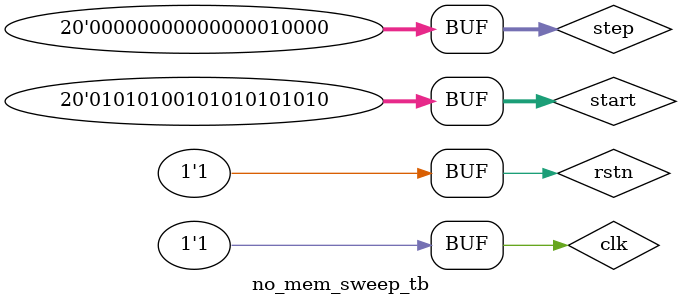
<source format=sv>
/***
  no_mem_sweep is a deterministic module that counts up from a given start value in increments of the given step value for 
  a given number of cycles. it formats the output as the 24 bit commands that will be sent via SPI to a given DAC.

  no_mem_sweep_tb is a testbench to test the operation of the above module

  @author: Ellie Sundheim
	   esundheim@g.hmc.edu
  @version: 2/12/2025
  
*/


module no_mem_sweep #(parameter DEPTH = 256)
                    (input logic [19:0] start,
                    input logic [19:0] step,
                    input logic clk, rstn,
                    output logic [31:0] mosi
                    );

parameter [3:0] start_bits = 4'b0001;
logic [7:0] counter;
logic [19:0] curr_val, next_val;

always @(posedge clk)
    if (~rstn) begin
        curr_val <= start;
        counter <= 0;
    end
    else if (counter < DEPTH) begin
        curr_val <= next_val;
        counter <= counter + 1;
    end
    else begin
        curr_val <= curr_val;
        counter <= counter; //freeze counter so that it doesn't overflow and restart the sweep
    end

assign next_val = curr_val + counter*step;
assign mosi = {8'b0, start_bits, curr_val};

endmodule


module no_mem_sweep_tb();
    logic rstn, clk;
    logic [19:0] start, step;
    logic [31:0] mosi;

    // test generation of 16 evenly spaced steps
    no_mem_sweep #(16) dut ( .rstn(rstn), .clk(clk), .start(start), .step(step), .mosi(mosi));

    // generate testbench clock
    always begin 
        clk = 0; #5; clk = 1; #5;
    end

    // initialize
    initial begin
        start = 20'b01010_10010_10101_01010;
        step = 20'b00000_00000_00000_10000;
	    rstn = 0; #12; rstn = 1; 
	end

    // apply test vectors on rising edge of clk 
    always @(posedge clk) 
        begin
	
        end 

    always @(negedge clk)
        begin
        
        end
endmodule

</source>
